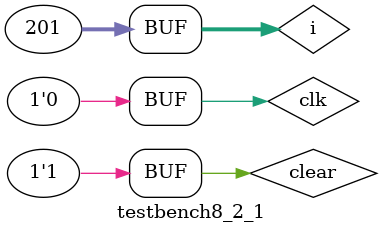
<source format=v>
`timescale 1ns / 1ps


module testbench8_2_1(

    );
     reg clk, clear, up_down;
     wire [7:0] qd;
    integer i;
    
    counter DUT (.CLK(clk), .Q(qd), .SCLR(clear), .UP(up_down));
    initial 
    begin
        for(i = 0; i < 201; i = i +1)
        begin
            if (i == 0)
                begin
                clk = 1;
                clear = 0;
                end
             else if (i == 1)
                #1 clear = 1;
             else
                if (i % 10)
                    clk = ~clk;
                #1 clk = clk;
             end
             end
endmodule

</source>
